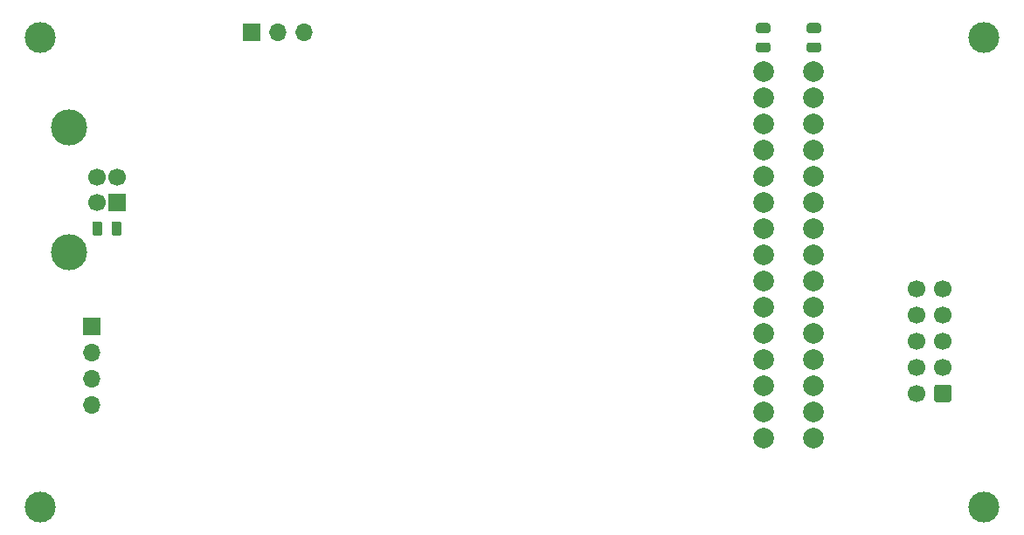
<source format=gbr>
G04 #@! TF.GenerationSoftware,KiCad,Pcbnew,(5.1.8)-1*
G04 #@! TF.CreationDate,2020-11-26T11:10:09+01:00*
G04 #@! TF.ProjectId,MM1_Writer,4d4d315f-5772-4697-9465-722e6b696361,R1*
G04 #@! TF.SameCoordinates,PX4692680PY3938700*
G04 #@! TF.FileFunction,Soldermask,Bot*
G04 #@! TF.FilePolarity,Negative*
%FSLAX46Y46*%
G04 Gerber Fmt 4.6, Leading zero omitted, Abs format (unit mm)*
G04 Created by KiCad (PCBNEW (5.1.8)-1) date 2020-11-26 11:10:09*
%MOMM*%
%LPD*%
G01*
G04 APERTURE LIST*
%ADD10C,2.000000*%
%ADD11C,3.000000*%
%ADD12R,1.700000X1.700000*%
%ADD13C,1.700000*%
%ADD14C,3.500000*%
%ADD15O,1.700000X1.700000*%
G04 APERTURE END LIST*
D10*
X80000000Y-8310000D03*
X75140000Y-8310000D03*
X80000000Y-10850000D03*
X75140000Y-10850000D03*
X80000000Y-13390000D03*
X75140000Y-13390000D03*
X80000000Y-15930000D03*
X75140000Y-15930000D03*
X80000000Y-18470000D03*
X75140000Y-18470000D03*
X80000000Y-21010000D03*
X75140000Y-21010000D03*
X80000000Y-23550000D03*
X75140000Y-23550000D03*
X80000000Y-26090000D03*
X75140000Y-26090000D03*
X80000000Y-28630000D03*
X75140000Y-28630000D03*
X80000000Y-31170000D03*
X75140000Y-31170000D03*
X80000000Y-33710000D03*
X75140000Y-33710000D03*
X80000000Y-36250000D03*
X75140000Y-36250000D03*
X80000000Y-38790000D03*
X75140000Y-38790000D03*
X80000000Y-41330000D03*
X75140000Y-41330000D03*
X80000000Y-43860000D03*
X75140000Y-43870000D03*
G36*
G01*
X11050000Y-23043750D02*
X11050000Y-23956250D01*
G75*
G02*
X10806250Y-24200000I-243750J0D01*
G01*
X10318750Y-24200000D01*
G75*
G02*
X10075000Y-23956250I0J243750D01*
G01*
X10075000Y-23043750D01*
G75*
G02*
X10318750Y-22800000I243750J0D01*
G01*
X10806250Y-22800000D01*
G75*
G02*
X11050000Y-23043750I0J-243750D01*
G01*
G37*
G36*
G01*
X12925000Y-23043750D02*
X12925000Y-23956250D01*
G75*
G02*
X12681250Y-24200000I-243750J0D01*
G01*
X12193750Y-24200000D01*
G75*
G02*
X11950000Y-23956250I0J243750D01*
G01*
X11950000Y-23043750D01*
G75*
G02*
X12193750Y-22800000I243750J0D01*
G01*
X12681250Y-22800000D01*
G75*
G02*
X12925000Y-23043750I0J-243750D01*
G01*
G37*
G36*
G01*
X80456250Y-6425000D02*
X79543750Y-6425000D01*
G75*
G02*
X79300000Y-6181250I0J243750D01*
G01*
X79300000Y-5693750D01*
G75*
G02*
X79543750Y-5450000I243750J0D01*
G01*
X80456250Y-5450000D01*
G75*
G02*
X80700000Y-5693750I0J-243750D01*
G01*
X80700000Y-6181250D01*
G75*
G02*
X80456250Y-6425000I-243750J0D01*
G01*
G37*
G36*
G01*
X80456250Y-4550000D02*
X79543750Y-4550000D01*
G75*
G02*
X79300000Y-4306250I0J243750D01*
G01*
X79300000Y-3818750D01*
G75*
G02*
X79543750Y-3575000I243750J0D01*
G01*
X80456250Y-3575000D01*
G75*
G02*
X80700000Y-3818750I0J-243750D01*
G01*
X80700000Y-4306250D01*
G75*
G02*
X80456250Y-4550000I-243750J0D01*
G01*
G37*
G36*
G01*
X75556250Y-6425000D02*
X74643750Y-6425000D01*
G75*
G02*
X74400000Y-6181250I0J243750D01*
G01*
X74400000Y-5693750D01*
G75*
G02*
X74643750Y-5450000I243750J0D01*
G01*
X75556250Y-5450000D01*
G75*
G02*
X75800000Y-5693750I0J-243750D01*
G01*
X75800000Y-6181250D01*
G75*
G02*
X75556250Y-6425000I-243750J0D01*
G01*
G37*
G36*
G01*
X75556250Y-4550000D02*
X74643750Y-4550000D01*
G75*
G02*
X74400000Y-4306250I0J243750D01*
G01*
X74400000Y-3818750D01*
G75*
G02*
X74643750Y-3575000I243750J0D01*
G01*
X75556250Y-3575000D01*
G75*
G02*
X75800000Y-3818750I0J-243750D01*
G01*
X75800000Y-4306250D01*
G75*
G02*
X75556250Y-4550000I-243750J0D01*
G01*
G37*
D11*
X5000000Y-5000000D03*
X96500000Y-5000000D03*
X5000000Y-50500000D03*
X96500000Y-50500000D03*
D12*
X12500000Y-21000000D03*
D13*
X12500000Y-18500000D03*
X10500000Y-18500000D03*
X10500000Y-21000000D03*
D14*
X7790000Y-25770000D03*
X7790000Y-13730000D03*
D12*
X10000000Y-33000000D03*
D15*
X10000000Y-35540000D03*
X10000000Y-38080000D03*
X10000000Y-40620000D03*
G36*
G01*
X93350000Y-38900000D02*
X93350000Y-40100000D01*
G75*
G02*
X93100000Y-40350000I-250000J0D01*
G01*
X91900000Y-40350000D01*
G75*
G02*
X91650000Y-40100000I0J250000D01*
G01*
X91650000Y-38900000D01*
G75*
G02*
X91900000Y-38650000I250000J0D01*
G01*
X93100000Y-38650000D01*
G75*
G02*
X93350000Y-38900000I0J-250000D01*
G01*
G37*
D13*
X92500000Y-36960000D03*
X92500000Y-34420000D03*
X92500000Y-31880000D03*
X92500000Y-29340000D03*
X89960000Y-39500000D03*
X89960000Y-36960000D03*
X89960000Y-34420000D03*
X89960000Y-31880000D03*
X89960000Y-29340000D03*
D12*
X25500000Y-4500000D03*
D15*
X28040000Y-4500000D03*
X30580000Y-4500000D03*
M02*

</source>
